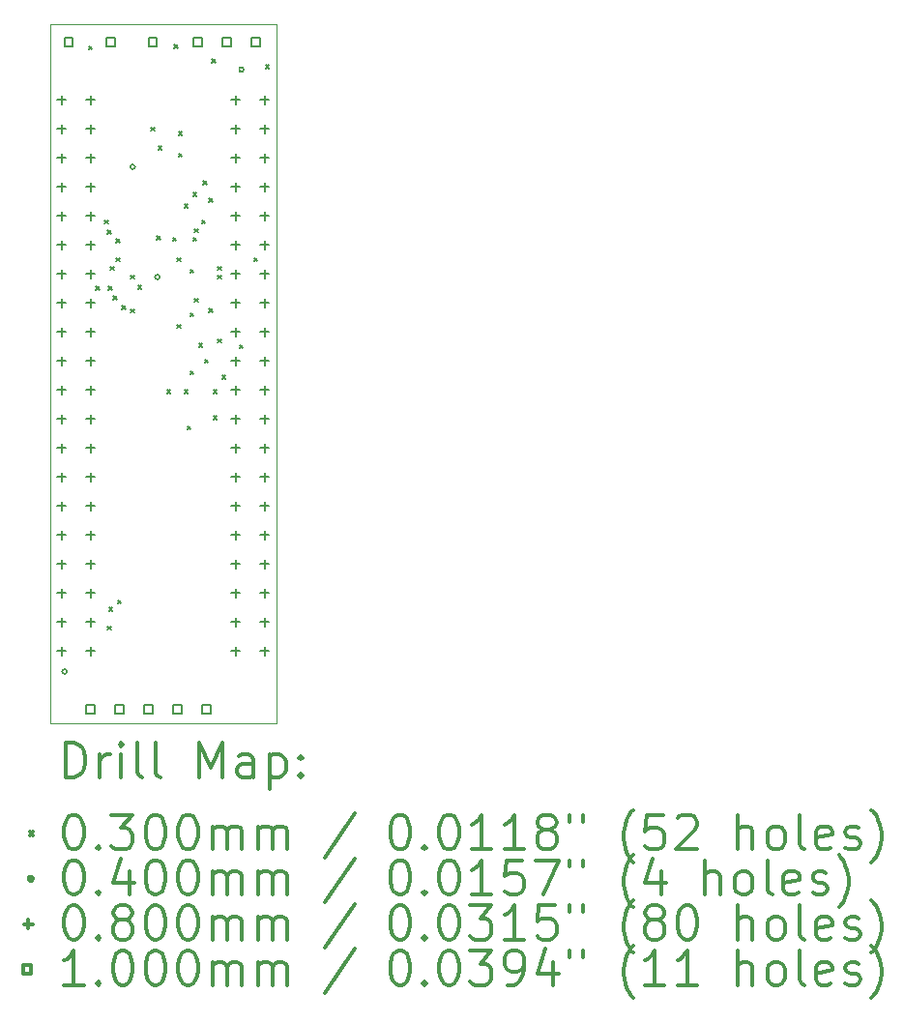
<source format=gbr>
%FSLAX45Y45*%
G04 Gerber Fmt 4.5, Leading zero omitted, Abs format (unit mm)*
G04 Created by KiCad (PCBNEW (5.1.10)-1) date 2021-10-18 11:35:54*
%MOMM*%
%LPD*%
G01*
G04 APERTURE LIST*
%TA.AperFunction,Profile*%
%ADD10C,0.050000*%
%TD*%
%ADD11C,0.200000*%
%ADD12C,0.300000*%
G04 APERTURE END LIST*
D10*
X9804400Y-4419600D02*
X9804400Y-10541000D01*
X9817100Y-4419600D02*
X9804400Y-4419600D01*
X11785600Y-10541000D02*
X9804400Y-10541000D01*
X11785600Y-4419600D02*
X11785600Y-10541000D01*
X9817100Y-4419600D02*
X11785600Y-4419600D01*
D11*
X10145000Y-4607800D02*
X10175000Y-4637800D01*
X10175000Y-4607800D02*
X10145000Y-4637800D01*
X10208500Y-6713386D02*
X10238500Y-6743386D01*
X10238500Y-6713386D02*
X10208500Y-6743386D01*
X10284700Y-6131800D02*
X10314700Y-6161800D01*
X10314700Y-6131800D02*
X10284700Y-6161800D01*
X10310100Y-6220700D02*
X10340100Y-6250700D01*
X10340100Y-6220700D02*
X10310100Y-6250700D01*
X10310100Y-9687800D02*
X10340100Y-9717800D01*
X10340100Y-9687800D02*
X10310100Y-9717800D01*
X10316599Y-6709799D02*
X10346599Y-6739799D01*
X10346599Y-6709799D02*
X10316599Y-6739799D01*
X10322800Y-9522700D02*
X10352800Y-9552700D01*
X10352800Y-9522700D02*
X10322800Y-9552700D01*
X10335500Y-6538200D02*
X10365500Y-6568200D01*
X10365500Y-6538200D02*
X10335500Y-6568200D01*
X10358601Y-6794499D02*
X10388601Y-6824499D01*
X10388601Y-6794499D02*
X10358601Y-6824499D01*
X10386300Y-6296900D02*
X10416300Y-6326900D01*
X10416300Y-6296900D02*
X10386300Y-6326900D01*
X10386300Y-6462000D02*
X10416300Y-6492000D01*
X10416300Y-6462000D02*
X10386300Y-6492000D01*
X10399000Y-9459200D02*
X10429000Y-9489200D01*
X10429000Y-9459200D02*
X10399000Y-9489200D01*
X10437100Y-6881100D02*
X10467100Y-6911100D01*
X10467100Y-6881100D02*
X10437100Y-6911100D01*
X10513300Y-6614400D02*
X10543300Y-6644400D01*
X10543300Y-6614400D02*
X10513300Y-6644400D01*
X10513300Y-6909412D02*
X10543300Y-6939412D01*
X10543300Y-6909412D02*
X10513300Y-6939412D01*
X10576800Y-6703300D02*
X10606800Y-6733300D01*
X10606800Y-6703300D02*
X10576800Y-6733300D01*
X10691100Y-5319000D02*
X10721100Y-5349000D01*
X10721100Y-5319000D02*
X10691100Y-5349000D01*
X10741900Y-6271500D02*
X10771900Y-6301500D01*
X10771900Y-6271500D02*
X10741900Y-6301500D01*
X10754600Y-5484100D02*
X10784600Y-5514100D01*
X10784600Y-5484100D02*
X10754600Y-5514100D01*
X10830800Y-7617700D02*
X10860800Y-7647700D01*
X10860800Y-7617700D02*
X10830800Y-7647700D01*
X10881600Y-6284200D02*
X10911600Y-6314200D01*
X10911600Y-6284200D02*
X10881600Y-6314200D01*
X10894300Y-4595100D02*
X10924300Y-4625100D01*
X10924300Y-4595100D02*
X10894300Y-4625100D01*
X10919700Y-6462000D02*
X10949700Y-6492000D01*
X10949700Y-6462000D02*
X10919700Y-6492000D01*
X10919700Y-7046200D02*
X10949700Y-7076200D01*
X10949700Y-7046200D02*
X10919700Y-7076200D01*
X10932400Y-5357100D02*
X10962400Y-5387100D01*
X10962400Y-5357100D02*
X10932400Y-5387100D01*
X10932400Y-5547600D02*
X10962400Y-5577600D01*
X10962400Y-5547600D02*
X10932400Y-5577600D01*
X10983200Y-5992100D02*
X11013200Y-6022100D01*
X11013200Y-5992100D02*
X10983200Y-6022100D01*
X10983200Y-7617700D02*
X11013200Y-7647700D01*
X11013200Y-7617700D02*
X10983200Y-7647700D01*
X11008600Y-7935200D02*
X11038600Y-7965200D01*
X11038600Y-7935200D02*
X11008600Y-7965200D01*
X11034000Y-6563600D02*
X11064000Y-6593600D01*
X11064000Y-6563600D02*
X11034000Y-6593600D01*
X11034000Y-6944600D02*
X11064000Y-6974600D01*
X11064000Y-6944600D02*
X11034000Y-6974600D01*
X11034000Y-7452600D02*
X11064000Y-7482600D01*
X11064000Y-7452600D02*
X11034000Y-7482600D01*
X11059400Y-5890500D02*
X11089400Y-5920500D01*
X11089400Y-5890500D02*
X11059400Y-5920500D01*
X11059400Y-6284200D02*
X11089400Y-6314200D01*
X11089400Y-6284200D02*
X11059400Y-6314200D01*
X11072100Y-6208000D02*
X11102100Y-6238000D01*
X11102100Y-6208000D02*
X11072100Y-6238000D01*
X11072100Y-6817600D02*
X11102100Y-6847600D01*
X11102100Y-6817600D02*
X11072100Y-6847600D01*
X11110200Y-7211300D02*
X11140200Y-7241300D01*
X11140200Y-7211300D02*
X11110200Y-7241300D01*
X11135600Y-6131800D02*
X11165600Y-6161800D01*
X11165600Y-6131800D02*
X11135600Y-6161800D01*
X11148300Y-5788900D02*
X11178300Y-5818900D01*
X11178300Y-5788900D02*
X11148300Y-5818900D01*
X11161000Y-7351000D02*
X11191000Y-7381000D01*
X11191000Y-7351000D02*
X11161000Y-7381000D01*
X11199100Y-5941300D02*
X11229100Y-5971300D01*
X11229100Y-5941300D02*
X11199100Y-5971300D01*
X11199100Y-6906500D02*
X11229100Y-6936500D01*
X11229100Y-6906500D02*
X11199100Y-6936500D01*
X11224500Y-4722100D02*
X11254500Y-4752100D01*
X11254500Y-4722100D02*
X11224500Y-4752100D01*
X11237200Y-7617700D02*
X11267200Y-7647700D01*
X11267200Y-7617700D02*
X11237200Y-7647700D01*
X11237200Y-7846300D02*
X11267200Y-7876300D01*
X11267200Y-7846300D02*
X11237200Y-7876300D01*
X11275300Y-6538200D02*
X11305300Y-6568200D01*
X11305300Y-6538200D02*
X11275300Y-6568200D01*
X11275300Y-6614400D02*
X11305300Y-6644400D01*
X11305300Y-6614400D02*
X11275300Y-6644400D01*
X11275300Y-7173200D02*
X11305300Y-7203200D01*
X11305300Y-7173200D02*
X11275300Y-7203200D01*
X11313400Y-7490700D02*
X11343400Y-7520700D01*
X11343400Y-7490700D02*
X11313400Y-7520700D01*
X11465800Y-7224000D02*
X11495800Y-7254000D01*
X11495800Y-7224000D02*
X11465800Y-7254000D01*
X11592800Y-6462000D02*
X11622800Y-6492000D01*
X11622800Y-6462000D02*
X11592800Y-6492000D01*
X11694400Y-4772900D02*
X11724400Y-4802900D01*
X11724400Y-4772900D02*
X11694400Y-4802900D01*
X9951400Y-10083800D02*
G75*
G03*
X9951400Y-10083800I-20000J0D01*
G01*
X10548300Y-5664200D02*
G75*
G03*
X10548300Y-5664200I-20000J0D01*
G01*
X10764200Y-6629400D02*
G75*
G03*
X10764200Y-6629400I-20000J0D01*
G01*
X11500800Y-4813300D02*
G75*
G03*
X11500800Y-4813300I-20000J0D01*
G01*
X9906000Y-5040000D02*
X9906000Y-5120000D01*
X9866000Y-5080000D02*
X9946000Y-5080000D01*
X9906000Y-5294000D02*
X9906000Y-5374000D01*
X9866000Y-5334000D02*
X9946000Y-5334000D01*
X9906000Y-5548000D02*
X9906000Y-5628000D01*
X9866000Y-5588000D02*
X9946000Y-5588000D01*
X9906000Y-5802000D02*
X9906000Y-5882000D01*
X9866000Y-5842000D02*
X9946000Y-5842000D01*
X9906000Y-6056000D02*
X9906000Y-6136000D01*
X9866000Y-6096000D02*
X9946000Y-6096000D01*
X9906000Y-6310000D02*
X9906000Y-6390000D01*
X9866000Y-6350000D02*
X9946000Y-6350000D01*
X9906000Y-6564000D02*
X9906000Y-6644000D01*
X9866000Y-6604000D02*
X9946000Y-6604000D01*
X9906000Y-6818000D02*
X9906000Y-6898000D01*
X9866000Y-6858000D02*
X9946000Y-6858000D01*
X9906000Y-7072000D02*
X9906000Y-7152000D01*
X9866000Y-7112000D02*
X9946000Y-7112000D01*
X9906000Y-7326000D02*
X9906000Y-7406000D01*
X9866000Y-7366000D02*
X9946000Y-7366000D01*
X9906000Y-7580000D02*
X9906000Y-7660000D01*
X9866000Y-7620000D02*
X9946000Y-7620000D01*
X9906000Y-7834000D02*
X9906000Y-7914000D01*
X9866000Y-7874000D02*
X9946000Y-7874000D01*
X9906000Y-8088000D02*
X9906000Y-8168000D01*
X9866000Y-8128000D02*
X9946000Y-8128000D01*
X9906000Y-8342000D02*
X9906000Y-8422000D01*
X9866000Y-8382000D02*
X9946000Y-8382000D01*
X9906000Y-8596000D02*
X9906000Y-8676000D01*
X9866000Y-8636000D02*
X9946000Y-8636000D01*
X9906000Y-8850000D02*
X9906000Y-8930000D01*
X9866000Y-8890000D02*
X9946000Y-8890000D01*
X9906000Y-9104000D02*
X9906000Y-9184000D01*
X9866000Y-9144000D02*
X9946000Y-9144000D01*
X9906000Y-9358000D02*
X9906000Y-9438000D01*
X9866000Y-9398000D02*
X9946000Y-9398000D01*
X9906000Y-9612000D02*
X9906000Y-9692000D01*
X9866000Y-9652000D02*
X9946000Y-9652000D01*
X9906000Y-9866000D02*
X9906000Y-9946000D01*
X9866000Y-9906000D02*
X9946000Y-9906000D01*
X10160000Y-5040000D02*
X10160000Y-5120000D01*
X10120000Y-5080000D02*
X10200000Y-5080000D01*
X10160000Y-5294000D02*
X10160000Y-5374000D01*
X10120000Y-5334000D02*
X10200000Y-5334000D01*
X10160000Y-5548000D02*
X10160000Y-5628000D01*
X10120000Y-5588000D02*
X10200000Y-5588000D01*
X10160000Y-5802000D02*
X10160000Y-5882000D01*
X10120000Y-5842000D02*
X10200000Y-5842000D01*
X10160000Y-6056000D02*
X10160000Y-6136000D01*
X10120000Y-6096000D02*
X10200000Y-6096000D01*
X10160000Y-6310000D02*
X10160000Y-6390000D01*
X10120000Y-6350000D02*
X10200000Y-6350000D01*
X10160000Y-6564000D02*
X10160000Y-6644000D01*
X10120000Y-6604000D02*
X10200000Y-6604000D01*
X10160000Y-6818000D02*
X10160000Y-6898000D01*
X10120000Y-6858000D02*
X10200000Y-6858000D01*
X10160000Y-7072000D02*
X10160000Y-7152000D01*
X10120000Y-7112000D02*
X10200000Y-7112000D01*
X10160000Y-7326000D02*
X10160000Y-7406000D01*
X10120000Y-7366000D02*
X10200000Y-7366000D01*
X10160000Y-7580000D02*
X10160000Y-7660000D01*
X10120000Y-7620000D02*
X10200000Y-7620000D01*
X10160000Y-7834000D02*
X10160000Y-7914000D01*
X10120000Y-7874000D02*
X10200000Y-7874000D01*
X10160000Y-8088000D02*
X10160000Y-8168000D01*
X10120000Y-8128000D02*
X10200000Y-8128000D01*
X10160000Y-8342000D02*
X10160000Y-8422000D01*
X10120000Y-8382000D02*
X10200000Y-8382000D01*
X10160000Y-8596000D02*
X10160000Y-8676000D01*
X10120000Y-8636000D02*
X10200000Y-8636000D01*
X10160000Y-8850000D02*
X10160000Y-8930000D01*
X10120000Y-8890000D02*
X10200000Y-8890000D01*
X10160000Y-9104000D02*
X10160000Y-9184000D01*
X10120000Y-9144000D02*
X10200000Y-9144000D01*
X10160000Y-9358000D02*
X10160000Y-9438000D01*
X10120000Y-9398000D02*
X10200000Y-9398000D01*
X10160000Y-9612000D02*
X10160000Y-9692000D01*
X10120000Y-9652000D02*
X10200000Y-9652000D01*
X10160000Y-9866000D02*
X10160000Y-9946000D01*
X10120000Y-9906000D02*
X10200000Y-9906000D01*
X11430000Y-5040000D02*
X11430000Y-5120000D01*
X11390000Y-5080000D02*
X11470000Y-5080000D01*
X11430000Y-5294000D02*
X11430000Y-5374000D01*
X11390000Y-5334000D02*
X11470000Y-5334000D01*
X11430000Y-5548000D02*
X11430000Y-5628000D01*
X11390000Y-5588000D02*
X11470000Y-5588000D01*
X11430000Y-5802000D02*
X11430000Y-5882000D01*
X11390000Y-5842000D02*
X11470000Y-5842000D01*
X11430000Y-6056000D02*
X11430000Y-6136000D01*
X11390000Y-6096000D02*
X11470000Y-6096000D01*
X11430000Y-6310000D02*
X11430000Y-6390000D01*
X11390000Y-6350000D02*
X11470000Y-6350000D01*
X11430000Y-6564000D02*
X11430000Y-6644000D01*
X11390000Y-6604000D02*
X11470000Y-6604000D01*
X11430000Y-6818000D02*
X11430000Y-6898000D01*
X11390000Y-6858000D02*
X11470000Y-6858000D01*
X11430000Y-7072000D02*
X11430000Y-7152000D01*
X11390000Y-7112000D02*
X11470000Y-7112000D01*
X11430000Y-7326000D02*
X11430000Y-7406000D01*
X11390000Y-7366000D02*
X11470000Y-7366000D01*
X11430000Y-7580000D02*
X11430000Y-7660000D01*
X11390000Y-7620000D02*
X11470000Y-7620000D01*
X11430000Y-7834000D02*
X11430000Y-7914000D01*
X11390000Y-7874000D02*
X11470000Y-7874000D01*
X11430000Y-8088000D02*
X11430000Y-8168000D01*
X11390000Y-8128000D02*
X11470000Y-8128000D01*
X11430000Y-8342000D02*
X11430000Y-8422000D01*
X11390000Y-8382000D02*
X11470000Y-8382000D01*
X11430000Y-8596000D02*
X11430000Y-8676000D01*
X11390000Y-8636000D02*
X11470000Y-8636000D01*
X11430000Y-8850000D02*
X11430000Y-8930000D01*
X11390000Y-8890000D02*
X11470000Y-8890000D01*
X11430000Y-9104000D02*
X11430000Y-9184000D01*
X11390000Y-9144000D02*
X11470000Y-9144000D01*
X11430000Y-9358000D02*
X11430000Y-9438000D01*
X11390000Y-9398000D02*
X11470000Y-9398000D01*
X11430000Y-9612000D02*
X11430000Y-9692000D01*
X11390000Y-9652000D02*
X11470000Y-9652000D01*
X11430000Y-9866000D02*
X11430000Y-9946000D01*
X11390000Y-9906000D02*
X11470000Y-9906000D01*
X11684000Y-5040000D02*
X11684000Y-5120000D01*
X11644000Y-5080000D02*
X11724000Y-5080000D01*
X11684000Y-5294000D02*
X11684000Y-5374000D01*
X11644000Y-5334000D02*
X11724000Y-5334000D01*
X11684000Y-5548000D02*
X11684000Y-5628000D01*
X11644000Y-5588000D02*
X11724000Y-5588000D01*
X11684000Y-5802000D02*
X11684000Y-5882000D01*
X11644000Y-5842000D02*
X11724000Y-5842000D01*
X11684000Y-6056000D02*
X11684000Y-6136000D01*
X11644000Y-6096000D02*
X11724000Y-6096000D01*
X11684000Y-6310000D02*
X11684000Y-6390000D01*
X11644000Y-6350000D02*
X11724000Y-6350000D01*
X11684000Y-6564000D02*
X11684000Y-6644000D01*
X11644000Y-6604000D02*
X11724000Y-6604000D01*
X11684000Y-6818000D02*
X11684000Y-6898000D01*
X11644000Y-6858000D02*
X11724000Y-6858000D01*
X11684000Y-7072000D02*
X11684000Y-7152000D01*
X11644000Y-7112000D02*
X11724000Y-7112000D01*
X11684000Y-7326000D02*
X11684000Y-7406000D01*
X11644000Y-7366000D02*
X11724000Y-7366000D01*
X11684000Y-7580000D02*
X11684000Y-7660000D01*
X11644000Y-7620000D02*
X11724000Y-7620000D01*
X11684000Y-7834000D02*
X11684000Y-7914000D01*
X11644000Y-7874000D02*
X11724000Y-7874000D01*
X11684000Y-8088000D02*
X11684000Y-8168000D01*
X11644000Y-8128000D02*
X11724000Y-8128000D01*
X11684000Y-8342000D02*
X11684000Y-8422000D01*
X11644000Y-8382000D02*
X11724000Y-8382000D01*
X11684000Y-8596000D02*
X11684000Y-8676000D01*
X11644000Y-8636000D02*
X11724000Y-8636000D01*
X11684000Y-8850000D02*
X11684000Y-8930000D01*
X11644000Y-8890000D02*
X11724000Y-8890000D01*
X11684000Y-9104000D02*
X11684000Y-9184000D01*
X11644000Y-9144000D02*
X11724000Y-9144000D01*
X11684000Y-9358000D02*
X11684000Y-9438000D01*
X11644000Y-9398000D02*
X11724000Y-9398000D01*
X11684000Y-9612000D02*
X11684000Y-9692000D01*
X11644000Y-9652000D02*
X11724000Y-9652000D01*
X11684000Y-9866000D02*
X11684000Y-9946000D01*
X11644000Y-9906000D02*
X11724000Y-9906000D01*
X10004856Y-4607356D02*
X10004856Y-4536644D01*
X9934144Y-4536644D01*
X9934144Y-4607356D01*
X10004856Y-4607356D01*
X10195356Y-10449356D02*
X10195356Y-10378644D01*
X10124644Y-10378644D01*
X10124644Y-10449356D01*
X10195356Y-10449356D01*
X10373156Y-4607356D02*
X10373156Y-4536644D01*
X10302444Y-4536644D01*
X10302444Y-4607356D01*
X10373156Y-4607356D01*
X10449356Y-10449356D02*
X10449356Y-10378644D01*
X10378644Y-10378644D01*
X10378644Y-10449356D01*
X10449356Y-10449356D01*
X10703356Y-10449356D02*
X10703356Y-10378644D01*
X10632644Y-10378644D01*
X10632644Y-10449356D01*
X10703356Y-10449356D01*
X10741456Y-4607356D02*
X10741456Y-4536644D01*
X10670744Y-4536644D01*
X10670744Y-4607356D01*
X10741456Y-4607356D01*
X10957356Y-10449356D02*
X10957356Y-10378644D01*
X10886644Y-10378644D01*
X10886644Y-10449356D01*
X10957356Y-10449356D01*
X11135156Y-4607356D02*
X11135156Y-4536644D01*
X11064444Y-4536644D01*
X11064444Y-4607356D01*
X11135156Y-4607356D01*
X11211356Y-10449356D02*
X11211356Y-10378644D01*
X11140644Y-10378644D01*
X11140644Y-10449356D01*
X11211356Y-10449356D01*
X11389156Y-4607356D02*
X11389156Y-4536644D01*
X11318444Y-4536644D01*
X11318444Y-4607356D01*
X11389156Y-4607356D01*
X11643156Y-4607356D02*
X11643156Y-4536644D01*
X11572444Y-4536644D01*
X11572444Y-4607356D01*
X11643156Y-4607356D01*
D12*
X9942429Y-11009214D02*
X9942429Y-10709214D01*
X10013857Y-10709214D01*
X10056714Y-10723500D01*
X10085286Y-10752072D01*
X10099571Y-10780643D01*
X10113857Y-10837786D01*
X10113857Y-10880643D01*
X10099571Y-10937786D01*
X10085286Y-10966357D01*
X10056714Y-10994929D01*
X10013857Y-11009214D01*
X9942429Y-11009214D01*
X10242429Y-11009214D02*
X10242429Y-10809214D01*
X10242429Y-10866357D02*
X10256714Y-10837786D01*
X10271000Y-10823500D01*
X10299571Y-10809214D01*
X10328143Y-10809214D01*
X10428143Y-11009214D02*
X10428143Y-10809214D01*
X10428143Y-10709214D02*
X10413857Y-10723500D01*
X10428143Y-10737786D01*
X10442429Y-10723500D01*
X10428143Y-10709214D01*
X10428143Y-10737786D01*
X10613857Y-11009214D02*
X10585286Y-10994929D01*
X10571000Y-10966357D01*
X10571000Y-10709214D01*
X10771000Y-11009214D02*
X10742429Y-10994929D01*
X10728143Y-10966357D01*
X10728143Y-10709214D01*
X11113857Y-11009214D02*
X11113857Y-10709214D01*
X11213857Y-10923500D01*
X11313857Y-10709214D01*
X11313857Y-11009214D01*
X11585286Y-11009214D02*
X11585286Y-10852072D01*
X11571000Y-10823500D01*
X11542428Y-10809214D01*
X11485286Y-10809214D01*
X11456714Y-10823500D01*
X11585286Y-10994929D02*
X11556714Y-11009214D01*
X11485286Y-11009214D01*
X11456714Y-10994929D01*
X11442428Y-10966357D01*
X11442428Y-10937786D01*
X11456714Y-10909214D01*
X11485286Y-10894929D01*
X11556714Y-10894929D01*
X11585286Y-10880643D01*
X11728143Y-10809214D02*
X11728143Y-11109214D01*
X11728143Y-10823500D02*
X11756714Y-10809214D01*
X11813857Y-10809214D01*
X11842428Y-10823500D01*
X11856714Y-10837786D01*
X11871000Y-10866357D01*
X11871000Y-10952072D01*
X11856714Y-10980643D01*
X11842428Y-10994929D01*
X11813857Y-11009214D01*
X11756714Y-11009214D01*
X11728143Y-10994929D01*
X11999571Y-10980643D02*
X12013857Y-10994929D01*
X11999571Y-11009214D01*
X11985286Y-10994929D01*
X11999571Y-10980643D01*
X11999571Y-11009214D01*
X11999571Y-10823500D02*
X12013857Y-10837786D01*
X11999571Y-10852072D01*
X11985286Y-10837786D01*
X11999571Y-10823500D01*
X11999571Y-10852072D01*
X9626000Y-11488500D02*
X9656000Y-11518500D01*
X9656000Y-11488500D02*
X9626000Y-11518500D01*
X9999571Y-11339214D02*
X10028143Y-11339214D01*
X10056714Y-11353500D01*
X10071000Y-11367786D01*
X10085286Y-11396357D01*
X10099571Y-11453500D01*
X10099571Y-11524929D01*
X10085286Y-11582071D01*
X10071000Y-11610643D01*
X10056714Y-11624929D01*
X10028143Y-11639214D01*
X9999571Y-11639214D01*
X9971000Y-11624929D01*
X9956714Y-11610643D01*
X9942429Y-11582071D01*
X9928143Y-11524929D01*
X9928143Y-11453500D01*
X9942429Y-11396357D01*
X9956714Y-11367786D01*
X9971000Y-11353500D01*
X9999571Y-11339214D01*
X10228143Y-11610643D02*
X10242429Y-11624929D01*
X10228143Y-11639214D01*
X10213857Y-11624929D01*
X10228143Y-11610643D01*
X10228143Y-11639214D01*
X10342429Y-11339214D02*
X10528143Y-11339214D01*
X10428143Y-11453500D01*
X10471000Y-11453500D01*
X10499571Y-11467786D01*
X10513857Y-11482071D01*
X10528143Y-11510643D01*
X10528143Y-11582071D01*
X10513857Y-11610643D01*
X10499571Y-11624929D01*
X10471000Y-11639214D01*
X10385286Y-11639214D01*
X10356714Y-11624929D01*
X10342429Y-11610643D01*
X10713857Y-11339214D02*
X10742429Y-11339214D01*
X10771000Y-11353500D01*
X10785286Y-11367786D01*
X10799571Y-11396357D01*
X10813857Y-11453500D01*
X10813857Y-11524929D01*
X10799571Y-11582071D01*
X10785286Y-11610643D01*
X10771000Y-11624929D01*
X10742429Y-11639214D01*
X10713857Y-11639214D01*
X10685286Y-11624929D01*
X10671000Y-11610643D01*
X10656714Y-11582071D01*
X10642429Y-11524929D01*
X10642429Y-11453500D01*
X10656714Y-11396357D01*
X10671000Y-11367786D01*
X10685286Y-11353500D01*
X10713857Y-11339214D01*
X10999571Y-11339214D02*
X11028143Y-11339214D01*
X11056714Y-11353500D01*
X11071000Y-11367786D01*
X11085286Y-11396357D01*
X11099571Y-11453500D01*
X11099571Y-11524929D01*
X11085286Y-11582071D01*
X11071000Y-11610643D01*
X11056714Y-11624929D01*
X11028143Y-11639214D01*
X10999571Y-11639214D01*
X10971000Y-11624929D01*
X10956714Y-11610643D01*
X10942429Y-11582071D01*
X10928143Y-11524929D01*
X10928143Y-11453500D01*
X10942429Y-11396357D01*
X10956714Y-11367786D01*
X10971000Y-11353500D01*
X10999571Y-11339214D01*
X11228143Y-11639214D02*
X11228143Y-11439214D01*
X11228143Y-11467786D02*
X11242428Y-11453500D01*
X11271000Y-11439214D01*
X11313857Y-11439214D01*
X11342428Y-11453500D01*
X11356714Y-11482071D01*
X11356714Y-11639214D01*
X11356714Y-11482071D02*
X11371000Y-11453500D01*
X11399571Y-11439214D01*
X11442428Y-11439214D01*
X11471000Y-11453500D01*
X11485286Y-11482071D01*
X11485286Y-11639214D01*
X11628143Y-11639214D02*
X11628143Y-11439214D01*
X11628143Y-11467786D02*
X11642428Y-11453500D01*
X11671000Y-11439214D01*
X11713857Y-11439214D01*
X11742428Y-11453500D01*
X11756714Y-11482071D01*
X11756714Y-11639214D01*
X11756714Y-11482071D02*
X11771000Y-11453500D01*
X11799571Y-11439214D01*
X11842428Y-11439214D01*
X11871000Y-11453500D01*
X11885286Y-11482071D01*
X11885286Y-11639214D01*
X12471000Y-11324929D02*
X12213857Y-11710643D01*
X12856714Y-11339214D02*
X12885286Y-11339214D01*
X12913857Y-11353500D01*
X12928143Y-11367786D01*
X12942428Y-11396357D01*
X12956714Y-11453500D01*
X12956714Y-11524929D01*
X12942428Y-11582071D01*
X12928143Y-11610643D01*
X12913857Y-11624929D01*
X12885286Y-11639214D01*
X12856714Y-11639214D01*
X12828143Y-11624929D01*
X12813857Y-11610643D01*
X12799571Y-11582071D01*
X12785286Y-11524929D01*
X12785286Y-11453500D01*
X12799571Y-11396357D01*
X12813857Y-11367786D01*
X12828143Y-11353500D01*
X12856714Y-11339214D01*
X13085286Y-11610643D02*
X13099571Y-11624929D01*
X13085286Y-11639214D01*
X13071000Y-11624929D01*
X13085286Y-11610643D01*
X13085286Y-11639214D01*
X13285286Y-11339214D02*
X13313857Y-11339214D01*
X13342428Y-11353500D01*
X13356714Y-11367786D01*
X13371000Y-11396357D01*
X13385286Y-11453500D01*
X13385286Y-11524929D01*
X13371000Y-11582071D01*
X13356714Y-11610643D01*
X13342428Y-11624929D01*
X13313857Y-11639214D01*
X13285286Y-11639214D01*
X13256714Y-11624929D01*
X13242428Y-11610643D01*
X13228143Y-11582071D01*
X13213857Y-11524929D01*
X13213857Y-11453500D01*
X13228143Y-11396357D01*
X13242428Y-11367786D01*
X13256714Y-11353500D01*
X13285286Y-11339214D01*
X13671000Y-11639214D02*
X13499571Y-11639214D01*
X13585286Y-11639214D02*
X13585286Y-11339214D01*
X13556714Y-11382071D01*
X13528143Y-11410643D01*
X13499571Y-11424929D01*
X13956714Y-11639214D02*
X13785286Y-11639214D01*
X13871000Y-11639214D02*
X13871000Y-11339214D01*
X13842428Y-11382071D01*
X13813857Y-11410643D01*
X13785286Y-11424929D01*
X14128143Y-11467786D02*
X14099571Y-11453500D01*
X14085286Y-11439214D01*
X14071000Y-11410643D01*
X14071000Y-11396357D01*
X14085286Y-11367786D01*
X14099571Y-11353500D01*
X14128143Y-11339214D01*
X14185286Y-11339214D01*
X14213857Y-11353500D01*
X14228143Y-11367786D01*
X14242428Y-11396357D01*
X14242428Y-11410643D01*
X14228143Y-11439214D01*
X14213857Y-11453500D01*
X14185286Y-11467786D01*
X14128143Y-11467786D01*
X14099571Y-11482071D01*
X14085286Y-11496357D01*
X14071000Y-11524929D01*
X14071000Y-11582071D01*
X14085286Y-11610643D01*
X14099571Y-11624929D01*
X14128143Y-11639214D01*
X14185286Y-11639214D01*
X14213857Y-11624929D01*
X14228143Y-11610643D01*
X14242428Y-11582071D01*
X14242428Y-11524929D01*
X14228143Y-11496357D01*
X14213857Y-11482071D01*
X14185286Y-11467786D01*
X14356714Y-11339214D02*
X14356714Y-11396357D01*
X14471000Y-11339214D02*
X14471000Y-11396357D01*
X14913857Y-11753500D02*
X14899571Y-11739214D01*
X14871000Y-11696357D01*
X14856714Y-11667786D01*
X14842428Y-11624929D01*
X14828143Y-11553500D01*
X14828143Y-11496357D01*
X14842428Y-11424929D01*
X14856714Y-11382071D01*
X14871000Y-11353500D01*
X14899571Y-11310643D01*
X14913857Y-11296357D01*
X15171000Y-11339214D02*
X15028143Y-11339214D01*
X15013857Y-11482071D01*
X15028143Y-11467786D01*
X15056714Y-11453500D01*
X15128143Y-11453500D01*
X15156714Y-11467786D01*
X15171000Y-11482071D01*
X15185286Y-11510643D01*
X15185286Y-11582071D01*
X15171000Y-11610643D01*
X15156714Y-11624929D01*
X15128143Y-11639214D01*
X15056714Y-11639214D01*
X15028143Y-11624929D01*
X15013857Y-11610643D01*
X15299571Y-11367786D02*
X15313857Y-11353500D01*
X15342428Y-11339214D01*
X15413857Y-11339214D01*
X15442428Y-11353500D01*
X15456714Y-11367786D01*
X15471000Y-11396357D01*
X15471000Y-11424929D01*
X15456714Y-11467786D01*
X15285286Y-11639214D01*
X15471000Y-11639214D01*
X15828143Y-11639214D02*
X15828143Y-11339214D01*
X15956714Y-11639214D02*
X15956714Y-11482071D01*
X15942428Y-11453500D01*
X15913857Y-11439214D01*
X15871000Y-11439214D01*
X15842428Y-11453500D01*
X15828143Y-11467786D01*
X16142428Y-11639214D02*
X16113857Y-11624929D01*
X16099571Y-11610643D01*
X16085286Y-11582071D01*
X16085286Y-11496357D01*
X16099571Y-11467786D01*
X16113857Y-11453500D01*
X16142428Y-11439214D01*
X16185286Y-11439214D01*
X16213857Y-11453500D01*
X16228143Y-11467786D01*
X16242428Y-11496357D01*
X16242428Y-11582071D01*
X16228143Y-11610643D01*
X16213857Y-11624929D01*
X16185286Y-11639214D01*
X16142428Y-11639214D01*
X16413857Y-11639214D02*
X16385286Y-11624929D01*
X16371000Y-11596357D01*
X16371000Y-11339214D01*
X16642428Y-11624929D02*
X16613857Y-11639214D01*
X16556714Y-11639214D01*
X16528143Y-11624929D01*
X16513857Y-11596357D01*
X16513857Y-11482071D01*
X16528143Y-11453500D01*
X16556714Y-11439214D01*
X16613857Y-11439214D01*
X16642428Y-11453500D01*
X16656714Y-11482071D01*
X16656714Y-11510643D01*
X16513857Y-11539214D01*
X16771000Y-11624929D02*
X16799571Y-11639214D01*
X16856714Y-11639214D01*
X16885286Y-11624929D01*
X16899571Y-11596357D01*
X16899571Y-11582071D01*
X16885286Y-11553500D01*
X16856714Y-11539214D01*
X16813857Y-11539214D01*
X16785286Y-11524929D01*
X16771000Y-11496357D01*
X16771000Y-11482071D01*
X16785286Y-11453500D01*
X16813857Y-11439214D01*
X16856714Y-11439214D01*
X16885286Y-11453500D01*
X16999571Y-11753500D02*
X17013857Y-11739214D01*
X17042429Y-11696357D01*
X17056714Y-11667786D01*
X17071000Y-11624929D01*
X17085286Y-11553500D01*
X17085286Y-11496357D01*
X17071000Y-11424929D01*
X17056714Y-11382071D01*
X17042429Y-11353500D01*
X17013857Y-11310643D01*
X16999571Y-11296357D01*
X9656000Y-11899500D02*
G75*
G03*
X9656000Y-11899500I-20000J0D01*
G01*
X9999571Y-11735214D02*
X10028143Y-11735214D01*
X10056714Y-11749500D01*
X10071000Y-11763786D01*
X10085286Y-11792357D01*
X10099571Y-11849500D01*
X10099571Y-11920929D01*
X10085286Y-11978071D01*
X10071000Y-12006643D01*
X10056714Y-12020929D01*
X10028143Y-12035214D01*
X9999571Y-12035214D01*
X9971000Y-12020929D01*
X9956714Y-12006643D01*
X9942429Y-11978071D01*
X9928143Y-11920929D01*
X9928143Y-11849500D01*
X9942429Y-11792357D01*
X9956714Y-11763786D01*
X9971000Y-11749500D01*
X9999571Y-11735214D01*
X10228143Y-12006643D02*
X10242429Y-12020929D01*
X10228143Y-12035214D01*
X10213857Y-12020929D01*
X10228143Y-12006643D01*
X10228143Y-12035214D01*
X10499571Y-11835214D02*
X10499571Y-12035214D01*
X10428143Y-11720929D02*
X10356714Y-11935214D01*
X10542429Y-11935214D01*
X10713857Y-11735214D02*
X10742429Y-11735214D01*
X10771000Y-11749500D01*
X10785286Y-11763786D01*
X10799571Y-11792357D01*
X10813857Y-11849500D01*
X10813857Y-11920929D01*
X10799571Y-11978071D01*
X10785286Y-12006643D01*
X10771000Y-12020929D01*
X10742429Y-12035214D01*
X10713857Y-12035214D01*
X10685286Y-12020929D01*
X10671000Y-12006643D01*
X10656714Y-11978071D01*
X10642429Y-11920929D01*
X10642429Y-11849500D01*
X10656714Y-11792357D01*
X10671000Y-11763786D01*
X10685286Y-11749500D01*
X10713857Y-11735214D01*
X10999571Y-11735214D02*
X11028143Y-11735214D01*
X11056714Y-11749500D01*
X11071000Y-11763786D01*
X11085286Y-11792357D01*
X11099571Y-11849500D01*
X11099571Y-11920929D01*
X11085286Y-11978071D01*
X11071000Y-12006643D01*
X11056714Y-12020929D01*
X11028143Y-12035214D01*
X10999571Y-12035214D01*
X10971000Y-12020929D01*
X10956714Y-12006643D01*
X10942429Y-11978071D01*
X10928143Y-11920929D01*
X10928143Y-11849500D01*
X10942429Y-11792357D01*
X10956714Y-11763786D01*
X10971000Y-11749500D01*
X10999571Y-11735214D01*
X11228143Y-12035214D02*
X11228143Y-11835214D01*
X11228143Y-11863786D02*
X11242428Y-11849500D01*
X11271000Y-11835214D01*
X11313857Y-11835214D01*
X11342428Y-11849500D01*
X11356714Y-11878071D01*
X11356714Y-12035214D01*
X11356714Y-11878071D02*
X11371000Y-11849500D01*
X11399571Y-11835214D01*
X11442428Y-11835214D01*
X11471000Y-11849500D01*
X11485286Y-11878071D01*
X11485286Y-12035214D01*
X11628143Y-12035214D02*
X11628143Y-11835214D01*
X11628143Y-11863786D02*
X11642428Y-11849500D01*
X11671000Y-11835214D01*
X11713857Y-11835214D01*
X11742428Y-11849500D01*
X11756714Y-11878071D01*
X11756714Y-12035214D01*
X11756714Y-11878071D02*
X11771000Y-11849500D01*
X11799571Y-11835214D01*
X11842428Y-11835214D01*
X11871000Y-11849500D01*
X11885286Y-11878071D01*
X11885286Y-12035214D01*
X12471000Y-11720929D02*
X12213857Y-12106643D01*
X12856714Y-11735214D02*
X12885286Y-11735214D01*
X12913857Y-11749500D01*
X12928143Y-11763786D01*
X12942428Y-11792357D01*
X12956714Y-11849500D01*
X12956714Y-11920929D01*
X12942428Y-11978071D01*
X12928143Y-12006643D01*
X12913857Y-12020929D01*
X12885286Y-12035214D01*
X12856714Y-12035214D01*
X12828143Y-12020929D01*
X12813857Y-12006643D01*
X12799571Y-11978071D01*
X12785286Y-11920929D01*
X12785286Y-11849500D01*
X12799571Y-11792357D01*
X12813857Y-11763786D01*
X12828143Y-11749500D01*
X12856714Y-11735214D01*
X13085286Y-12006643D02*
X13099571Y-12020929D01*
X13085286Y-12035214D01*
X13071000Y-12020929D01*
X13085286Y-12006643D01*
X13085286Y-12035214D01*
X13285286Y-11735214D02*
X13313857Y-11735214D01*
X13342428Y-11749500D01*
X13356714Y-11763786D01*
X13371000Y-11792357D01*
X13385286Y-11849500D01*
X13385286Y-11920929D01*
X13371000Y-11978071D01*
X13356714Y-12006643D01*
X13342428Y-12020929D01*
X13313857Y-12035214D01*
X13285286Y-12035214D01*
X13256714Y-12020929D01*
X13242428Y-12006643D01*
X13228143Y-11978071D01*
X13213857Y-11920929D01*
X13213857Y-11849500D01*
X13228143Y-11792357D01*
X13242428Y-11763786D01*
X13256714Y-11749500D01*
X13285286Y-11735214D01*
X13671000Y-12035214D02*
X13499571Y-12035214D01*
X13585286Y-12035214D02*
X13585286Y-11735214D01*
X13556714Y-11778071D01*
X13528143Y-11806643D01*
X13499571Y-11820929D01*
X13942428Y-11735214D02*
X13799571Y-11735214D01*
X13785286Y-11878071D01*
X13799571Y-11863786D01*
X13828143Y-11849500D01*
X13899571Y-11849500D01*
X13928143Y-11863786D01*
X13942428Y-11878071D01*
X13956714Y-11906643D01*
X13956714Y-11978071D01*
X13942428Y-12006643D01*
X13928143Y-12020929D01*
X13899571Y-12035214D01*
X13828143Y-12035214D01*
X13799571Y-12020929D01*
X13785286Y-12006643D01*
X14056714Y-11735214D02*
X14256714Y-11735214D01*
X14128143Y-12035214D01*
X14356714Y-11735214D02*
X14356714Y-11792357D01*
X14471000Y-11735214D02*
X14471000Y-11792357D01*
X14913857Y-12149500D02*
X14899571Y-12135214D01*
X14871000Y-12092357D01*
X14856714Y-12063786D01*
X14842428Y-12020929D01*
X14828143Y-11949500D01*
X14828143Y-11892357D01*
X14842428Y-11820929D01*
X14856714Y-11778071D01*
X14871000Y-11749500D01*
X14899571Y-11706643D01*
X14913857Y-11692357D01*
X15156714Y-11835214D02*
X15156714Y-12035214D01*
X15085286Y-11720929D02*
X15013857Y-11935214D01*
X15199571Y-11935214D01*
X15542428Y-12035214D02*
X15542428Y-11735214D01*
X15671000Y-12035214D02*
X15671000Y-11878071D01*
X15656714Y-11849500D01*
X15628143Y-11835214D01*
X15585286Y-11835214D01*
X15556714Y-11849500D01*
X15542428Y-11863786D01*
X15856714Y-12035214D02*
X15828143Y-12020929D01*
X15813857Y-12006643D01*
X15799571Y-11978071D01*
X15799571Y-11892357D01*
X15813857Y-11863786D01*
X15828143Y-11849500D01*
X15856714Y-11835214D01*
X15899571Y-11835214D01*
X15928143Y-11849500D01*
X15942428Y-11863786D01*
X15956714Y-11892357D01*
X15956714Y-11978071D01*
X15942428Y-12006643D01*
X15928143Y-12020929D01*
X15899571Y-12035214D01*
X15856714Y-12035214D01*
X16128143Y-12035214D02*
X16099571Y-12020929D01*
X16085286Y-11992357D01*
X16085286Y-11735214D01*
X16356714Y-12020929D02*
X16328143Y-12035214D01*
X16271000Y-12035214D01*
X16242428Y-12020929D01*
X16228143Y-11992357D01*
X16228143Y-11878071D01*
X16242428Y-11849500D01*
X16271000Y-11835214D01*
X16328143Y-11835214D01*
X16356714Y-11849500D01*
X16371000Y-11878071D01*
X16371000Y-11906643D01*
X16228143Y-11935214D01*
X16485286Y-12020929D02*
X16513857Y-12035214D01*
X16571000Y-12035214D01*
X16599571Y-12020929D01*
X16613857Y-11992357D01*
X16613857Y-11978071D01*
X16599571Y-11949500D01*
X16571000Y-11935214D01*
X16528143Y-11935214D01*
X16499571Y-11920929D01*
X16485286Y-11892357D01*
X16485286Y-11878071D01*
X16499571Y-11849500D01*
X16528143Y-11835214D01*
X16571000Y-11835214D01*
X16599571Y-11849500D01*
X16713857Y-12149500D02*
X16728143Y-12135214D01*
X16756714Y-12092357D01*
X16771000Y-12063786D01*
X16785286Y-12020929D01*
X16799571Y-11949500D01*
X16799571Y-11892357D01*
X16785286Y-11820929D01*
X16771000Y-11778071D01*
X16756714Y-11749500D01*
X16728143Y-11706643D01*
X16713857Y-11692357D01*
X9616000Y-12255500D02*
X9616000Y-12335500D01*
X9576000Y-12295500D02*
X9656000Y-12295500D01*
X9999571Y-12131214D02*
X10028143Y-12131214D01*
X10056714Y-12145500D01*
X10071000Y-12159786D01*
X10085286Y-12188357D01*
X10099571Y-12245500D01*
X10099571Y-12316929D01*
X10085286Y-12374071D01*
X10071000Y-12402643D01*
X10056714Y-12416929D01*
X10028143Y-12431214D01*
X9999571Y-12431214D01*
X9971000Y-12416929D01*
X9956714Y-12402643D01*
X9942429Y-12374071D01*
X9928143Y-12316929D01*
X9928143Y-12245500D01*
X9942429Y-12188357D01*
X9956714Y-12159786D01*
X9971000Y-12145500D01*
X9999571Y-12131214D01*
X10228143Y-12402643D02*
X10242429Y-12416929D01*
X10228143Y-12431214D01*
X10213857Y-12416929D01*
X10228143Y-12402643D01*
X10228143Y-12431214D01*
X10413857Y-12259786D02*
X10385286Y-12245500D01*
X10371000Y-12231214D01*
X10356714Y-12202643D01*
X10356714Y-12188357D01*
X10371000Y-12159786D01*
X10385286Y-12145500D01*
X10413857Y-12131214D01*
X10471000Y-12131214D01*
X10499571Y-12145500D01*
X10513857Y-12159786D01*
X10528143Y-12188357D01*
X10528143Y-12202643D01*
X10513857Y-12231214D01*
X10499571Y-12245500D01*
X10471000Y-12259786D01*
X10413857Y-12259786D01*
X10385286Y-12274071D01*
X10371000Y-12288357D01*
X10356714Y-12316929D01*
X10356714Y-12374071D01*
X10371000Y-12402643D01*
X10385286Y-12416929D01*
X10413857Y-12431214D01*
X10471000Y-12431214D01*
X10499571Y-12416929D01*
X10513857Y-12402643D01*
X10528143Y-12374071D01*
X10528143Y-12316929D01*
X10513857Y-12288357D01*
X10499571Y-12274071D01*
X10471000Y-12259786D01*
X10713857Y-12131214D02*
X10742429Y-12131214D01*
X10771000Y-12145500D01*
X10785286Y-12159786D01*
X10799571Y-12188357D01*
X10813857Y-12245500D01*
X10813857Y-12316929D01*
X10799571Y-12374071D01*
X10785286Y-12402643D01*
X10771000Y-12416929D01*
X10742429Y-12431214D01*
X10713857Y-12431214D01*
X10685286Y-12416929D01*
X10671000Y-12402643D01*
X10656714Y-12374071D01*
X10642429Y-12316929D01*
X10642429Y-12245500D01*
X10656714Y-12188357D01*
X10671000Y-12159786D01*
X10685286Y-12145500D01*
X10713857Y-12131214D01*
X10999571Y-12131214D02*
X11028143Y-12131214D01*
X11056714Y-12145500D01*
X11071000Y-12159786D01*
X11085286Y-12188357D01*
X11099571Y-12245500D01*
X11099571Y-12316929D01*
X11085286Y-12374071D01*
X11071000Y-12402643D01*
X11056714Y-12416929D01*
X11028143Y-12431214D01*
X10999571Y-12431214D01*
X10971000Y-12416929D01*
X10956714Y-12402643D01*
X10942429Y-12374071D01*
X10928143Y-12316929D01*
X10928143Y-12245500D01*
X10942429Y-12188357D01*
X10956714Y-12159786D01*
X10971000Y-12145500D01*
X10999571Y-12131214D01*
X11228143Y-12431214D02*
X11228143Y-12231214D01*
X11228143Y-12259786D02*
X11242428Y-12245500D01*
X11271000Y-12231214D01*
X11313857Y-12231214D01*
X11342428Y-12245500D01*
X11356714Y-12274071D01*
X11356714Y-12431214D01*
X11356714Y-12274071D02*
X11371000Y-12245500D01*
X11399571Y-12231214D01*
X11442428Y-12231214D01*
X11471000Y-12245500D01*
X11485286Y-12274071D01*
X11485286Y-12431214D01*
X11628143Y-12431214D02*
X11628143Y-12231214D01*
X11628143Y-12259786D02*
X11642428Y-12245500D01*
X11671000Y-12231214D01*
X11713857Y-12231214D01*
X11742428Y-12245500D01*
X11756714Y-12274071D01*
X11756714Y-12431214D01*
X11756714Y-12274071D02*
X11771000Y-12245500D01*
X11799571Y-12231214D01*
X11842428Y-12231214D01*
X11871000Y-12245500D01*
X11885286Y-12274071D01*
X11885286Y-12431214D01*
X12471000Y-12116929D02*
X12213857Y-12502643D01*
X12856714Y-12131214D02*
X12885286Y-12131214D01*
X12913857Y-12145500D01*
X12928143Y-12159786D01*
X12942428Y-12188357D01*
X12956714Y-12245500D01*
X12956714Y-12316929D01*
X12942428Y-12374071D01*
X12928143Y-12402643D01*
X12913857Y-12416929D01*
X12885286Y-12431214D01*
X12856714Y-12431214D01*
X12828143Y-12416929D01*
X12813857Y-12402643D01*
X12799571Y-12374071D01*
X12785286Y-12316929D01*
X12785286Y-12245500D01*
X12799571Y-12188357D01*
X12813857Y-12159786D01*
X12828143Y-12145500D01*
X12856714Y-12131214D01*
X13085286Y-12402643D02*
X13099571Y-12416929D01*
X13085286Y-12431214D01*
X13071000Y-12416929D01*
X13085286Y-12402643D01*
X13085286Y-12431214D01*
X13285286Y-12131214D02*
X13313857Y-12131214D01*
X13342428Y-12145500D01*
X13356714Y-12159786D01*
X13371000Y-12188357D01*
X13385286Y-12245500D01*
X13385286Y-12316929D01*
X13371000Y-12374071D01*
X13356714Y-12402643D01*
X13342428Y-12416929D01*
X13313857Y-12431214D01*
X13285286Y-12431214D01*
X13256714Y-12416929D01*
X13242428Y-12402643D01*
X13228143Y-12374071D01*
X13213857Y-12316929D01*
X13213857Y-12245500D01*
X13228143Y-12188357D01*
X13242428Y-12159786D01*
X13256714Y-12145500D01*
X13285286Y-12131214D01*
X13485286Y-12131214D02*
X13671000Y-12131214D01*
X13571000Y-12245500D01*
X13613857Y-12245500D01*
X13642428Y-12259786D01*
X13656714Y-12274071D01*
X13671000Y-12302643D01*
X13671000Y-12374071D01*
X13656714Y-12402643D01*
X13642428Y-12416929D01*
X13613857Y-12431214D01*
X13528143Y-12431214D01*
X13499571Y-12416929D01*
X13485286Y-12402643D01*
X13956714Y-12431214D02*
X13785286Y-12431214D01*
X13871000Y-12431214D02*
X13871000Y-12131214D01*
X13842428Y-12174071D01*
X13813857Y-12202643D01*
X13785286Y-12216929D01*
X14228143Y-12131214D02*
X14085286Y-12131214D01*
X14071000Y-12274071D01*
X14085286Y-12259786D01*
X14113857Y-12245500D01*
X14185286Y-12245500D01*
X14213857Y-12259786D01*
X14228143Y-12274071D01*
X14242428Y-12302643D01*
X14242428Y-12374071D01*
X14228143Y-12402643D01*
X14213857Y-12416929D01*
X14185286Y-12431214D01*
X14113857Y-12431214D01*
X14085286Y-12416929D01*
X14071000Y-12402643D01*
X14356714Y-12131214D02*
X14356714Y-12188357D01*
X14471000Y-12131214D02*
X14471000Y-12188357D01*
X14913857Y-12545500D02*
X14899571Y-12531214D01*
X14871000Y-12488357D01*
X14856714Y-12459786D01*
X14842428Y-12416929D01*
X14828143Y-12345500D01*
X14828143Y-12288357D01*
X14842428Y-12216929D01*
X14856714Y-12174071D01*
X14871000Y-12145500D01*
X14899571Y-12102643D01*
X14913857Y-12088357D01*
X15071000Y-12259786D02*
X15042428Y-12245500D01*
X15028143Y-12231214D01*
X15013857Y-12202643D01*
X15013857Y-12188357D01*
X15028143Y-12159786D01*
X15042428Y-12145500D01*
X15071000Y-12131214D01*
X15128143Y-12131214D01*
X15156714Y-12145500D01*
X15171000Y-12159786D01*
X15185286Y-12188357D01*
X15185286Y-12202643D01*
X15171000Y-12231214D01*
X15156714Y-12245500D01*
X15128143Y-12259786D01*
X15071000Y-12259786D01*
X15042428Y-12274071D01*
X15028143Y-12288357D01*
X15013857Y-12316929D01*
X15013857Y-12374071D01*
X15028143Y-12402643D01*
X15042428Y-12416929D01*
X15071000Y-12431214D01*
X15128143Y-12431214D01*
X15156714Y-12416929D01*
X15171000Y-12402643D01*
X15185286Y-12374071D01*
X15185286Y-12316929D01*
X15171000Y-12288357D01*
X15156714Y-12274071D01*
X15128143Y-12259786D01*
X15371000Y-12131214D02*
X15399571Y-12131214D01*
X15428143Y-12145500D01*
X15442428Y-12159786D01*
X15456714Y-12188357D01*
X15471000Y-12245500D01*
X15471000Y-12316929D01*
X15456714Y-12374071D01*
X15442428Y-12402643D01*
X15428143Y-12416929D01*
X15399571Y-12431214D01*
X15371000Y-12431214D01*
X15342428Y-12416929D01*
X15328143Y-12402643D01*
X15313857Y-12374071D01*
X15299571Y-12316929D01*
X15299571Y-12245500D01*
X15313857Y-12188357D01*
X15328143Y-12159786D01*
X15342428Y-12145500D01*
X15371000Y-12131214D01*
X15828143Y-12431214D02*
X15828143Y-12131214D01*
X15956714Y-12431214D02*
X15956714Y-12274071D01*
X15942428Y-12245500D01*
X15913857Y-12231214D01*
X15871000Y-12231214D01*
X15842428Y-12245500D01*
X15828143Y-12259786D01*
X16142428Y-12431214D02*
X16113857Y-12416929D01*
X16099571Y-12402643D01*
X16085286Y-12374071D01*
X16085286Y-12288357D01*
X16099571Y-12259786D01*
X16113857Y-12245500D01*
X16142428Y-12231214D01*
X16185286Y-12231214D01*
X16213857Y-12245500D01*
X16228143Y-12259786D01*
X16242428Y-12288357D01*
X16242428Y-12374071D01*
X16228143Y-12402643D01*
X16213857Y-12416929D01*
X16185286Y-12431214D01*
X16142428Y-12431214D01*
X16413857Y-12431214D02*
X16385286Y-12416929D01*
X16371000Y-12388357D01*
X16371000Y-12131214D01*
X16642428Y-12416929D02*
X16613857Y-12431214D01*
X16556714Y-12431214D01*
X16528143Y-12416929D01*
X16513857Y-12388357D01*
X16513857Y-12274071D01*
X16528143Y-12245500D01*
X16556714Y-12231214D01*
X16613857Y-12231214D01*
X16642428Y-12245500D01*
X16656714Y-12274071D01*
X16656714Y-12302643D01*
X16513857Y-12331214D01*
X16771000Y-12416929D02*
X16799571Y-12431214D01*
X16856714Y-12431214D01*
X16885286Y-12416929D01*
X16899571Y-12388357D01*
X16899571Y-12374071D01*
X16885286Y-12345500D01*
X16856714Y-12331214D01*
X16813857Y-12331214D01*
X16785286Y-12316929D01*
X16771000Y-12288357D01*
X16771000Y-12274071D01*
X16785286Y-12245500D01*
X16813857Y-12231214D01*
X16856714Y-12231214D01*
X16885286Y-12245500D01*
X16999571Y-12545500D02*
X17013857Y-12531214D01*
X17042429Y-12488357D01*
X17056714Y-12459786D01*
X17071000Y-12416929D01*
X17085286Y-12345500D01*
X17085286Y-12288357D01*
X17071000Y-12216929D01*
X17056714Y-12174071D01*
X17042429Y-12145500D01*
X17013857Y-12102643D01*
X16999571Y-12088357D01*
X9641356Y-12726856D02*
X9641356Y-12656144D01*
X9570644Y-12656144D01*
X9570644Y-12726856D01*
X9641356Y-12726856D01*
X10099571Y-12827214D02*
X9928143Y-12827214D01*
X10013857Y-12827214D02*
X10013857Y-12527214D01*
X9985286Y-12570071D01*
X9956714Y-12598643D01*
X9928143Y-12612929D01*
X10228143Y-12798643D02*
X10242429Y-12812929D01*
X10228143Y-12827214D01*
X10213857Y-12812929D01*
X10228143Y-12798643D01*
X10228143Y-12827214D01*
X10428143Y-12527214D02*
X10456714Y-12527214D01*
X10485286Y-12541500D01*
X10499571Y-12555786D01*
X10513857Y-12584357D01*
X10528143Y-12641500D01*
X10528143Y-12712929D01*
X10513857Y-12770071D01*
X10499571Y-12798643D01*
X10485286Y-12812929D01*
X10456714Y-12827214D01*
X10428143Y-12827214D01*
X10399571Y-12812929D01*
X10385286Y-12798643D01*
X10371000Y-12770071D01*
X10356714Y-12712929D01*
X10356714Y-12641500D01*
X10371000Y-12584357D01*
X10385286Y-12555786D01*
X10399571Y-12541500D01*
X10428143Y-12527214D01*
X10713857Y-12527214D02*
X10742429Y-12527214D01*
X10771000Y-12541500D01*
X10785286Y-12555786D01*
X10799571Y-12584357D01*
X10813857Y-12641500D01*
X10813857Y-12712929D01*
X10799571Y-12770071D01*
X10785286Y-12798643D01*
X10771000Y-12812929D01*
X10742429Y-12827214D01*
X10713857Y-12827214D01*
X10685286Y-12812929D01*
X10671000Y-12798643D01*
X10656714Y-12770071D01*
X10642429Y-12712929D01*
X10642429Y-12641500D01*
X10656714Y-12584357D01*
X10671000Y-12555786D01*
X10685286Y-12541500D01*
X10713857Y-12527214D01*
X10999571Y-12527214D02*
X11028143Y-12527214D01*
X11056714Y-12541500D01*
X11071000Y-12555786D01*
X11085286Y-12584357D01*
X11099571Y-12641500D01*
X11099571Y-12712929D01*
X11085286Y-12770071D01*
X11071000Y-12798643D01*
X11056714Y-12812929D01*
X11028143Y-12827214D01*
X10999571Y-12827214D01*
X10971000Y-12812929D01*
X10956714Y-12798643D01*
X10942429Y-12770071D01*
X10928143Y-12712929D01*
X10928143Y-12641500D01*
X10942429Y-12584357D01*
X10956714Y-12555786D01*
X10971000Y-12541500D01*
X10999571Y-12527214D01*
X11228143Y-12827214D02*
X11228143Y-12627214D01*
X11228143Y-12655786D02*
X11242428Y-12641500D01*
X11271000Y-12627214D01*
X11313857Y-12627214D01*
X11342428Y-12641500D01*
X11356714Y-12670071D01*
X11356714Y-12827214D01*
X11356714Y-12670071D02*
X11371000Y-12641500D01*
X11399571Y-12627214D01*
X11442428Y-12627214D01*
X11471000Y-12641500D01*
X11485286Y-12670071D01*
X11485286Y-12827214D01*
X11628143Y-12827214D02*
X11628143Y-12627214D01*
X11628143Y-12655786D02*
X11642428Y-12641500D01*
X11671000Y-12627214D01*
X11713857Y-12627214D01*
X11742428Y-12641500D01*
X11756714Y-12670071D01*
X11756714Y-12827214D01*
X11756714Y-12670071D02*
X11771000Y-12641500D01*
X11799571Y-12627214D01*
X11842428Y-12627214D01*
X11871000Y-12641500D01*
X11885286Y-12670071D01*
X11885286Y-12827214D01*
X12471000Y-12512929D02*
X12213857Y-12898643D01*
X12856714Y-12527214D02*
X12885286Y-12527214D01*
X12913857Y-12541500D01*
X12928143Y-12555786D01*
X12942428Y-12584357D01*
X12956714Y-12641500D01*
X12956714Y-12712929D01*
X12942428Y-12770071D01*
X12928143Y-12798643D01*
X12913857Y-12812929D01*
X12885286Y-12827214D01*
X12856714Y-12827214D01*
X12828143Y-12812929D01*
X12813857Y-12798643D01*
X12799571Y-12770071D01*
X12785286Y-12712929D01*
X12785286Y-12641500D01*
X12799571Y-12584357D01*
X12813857Y-12555786D01*
X12828143Y-12541500D01*
X12856714Y-12527214D01*
X13085286Y-12798643D02*
X13099571Y-12812929D01*
X13085286Y-12827214D01*
X13071000Y-12812929D01*
X13085286Y-12798643D01*
X13085286Y-12827214D01*
X13285286Y-12527214D02*
X13313857Y-12527214D01*
X13342428Y-12541500D01*
X13356714Y-12555786D01*
X13371000Y-12584357D01*
X13385286Y-12641500D01*
X13385286Y-12712929D01*
X13371000Y-12770071D01*
X13356714Y-12798643D01*
X13342428Y-12812929D01*
X13313857Y-12827214D01*
X13285286Y-12827214D01*
X13256714Y-12812929D01*
X13242428Y-12798643D01*
X13228143Y-12770071D01*
X13213857Y-12712929D01*
X13213857Y-12641500D01*
X13228143Y-12584357D01*
X13242428Y-12555786D01*
X13256714Y-12541500D01*
X13285286Y-12527214D01*
X13485286Y-12527214D02*
X13671000Y-12527214D01*
X13571000Y-12641500D01*
X13613857Y-12641500D01*
X13642428Y-12655786D01*
X13656714Y-12670071D01*
X13671000Y-12698643D01*
X13671000Y-12770071D01*
X13656714Y-12798643D01*
X13642428Y-12812929D01*
X13613857Y-12827214D01*
X13528143Y-12827214D01*
X13499571Y-12812929D01*
X13485286Y-12798643D01*
X13813857Y-12827214D02*
X13871000Y-12827214D01*
X13899571Y-12812929D01*
X13913857Y-12798643D01*
X13942428Y-12755786D01*
X13956714Y-12698643D01*
X13956714Y-12584357D01*
X13942428Y-12555786D01*
X13928143Y-12541500D01*
X13899571Y-12527214D01*
X13842428Y-12527214D01*
X13813857Y-12541500D01*
X13799571Y-12555786D01*
X13785286Y-12584357D01*
X13785286Y-12655786D01*
X13799571Y-12684357D01*
X13813857Y-12698643D01*
X13842428Y-12712929D01*
X13899571Y-12712929D01*
X13928143Y-12698643D01*
X13942428Y-12684357D01*
X13956714Y-12655786D01*
X14213857Y-12627214D02*
X14213857Y-12827214D01*
X14142428Y-12512929D02*
X14071000Y-12727214D01*
X14256714Y-12727214D01*
X14356714Y-12527214D02*
X14356714Y-12584357D01*
X14471000Y-12527214D02*
X14471000Y-12584357D01*
X14913857Y-12941500D02*
X14899571Y-12927214D01*
X14871000Y-12884357D01*
X14856714Y-12855786D01*
X14842428Y-12812929D01*
X14828143Y-12741500D01*
X14828143Y-12684357D01*
X14842428Y-12612929D01*
X14856714Y-12570071D01*
X14871000Y-12541500D01*
X14899571Y-12498643D01*
X14913857Y-12484357D01*
X15185286Y-12827214D02*
X15013857Y-12827214D01*
X15099571Y-12827214D02*
X15099571Y-12527214D01*
X15071000Y-12570071D01*
X15042428Y-12598643D01*
X15013857Y-12612929D01*
X15471000Y-12827214D02*
X15299571Y-12827214D01*
X15385286Y-12827214D02*
X15385286Y-12527214D01*
X15356714Y-12570071D01*
X15328143Y-12598643D01*
X15299571Y-12612929D01*
X15828143Y-12827214D02*
X15828143Y-12527214D01*
X15956714Y-12827214D02*
X15956714Y-12670071D01*
X15942428Y-12641500D01*
X15913857Y-12627214D01*
X15871000Y-12627214D01*
X15842428Y-12641500D01*
X15828143Y-12655786D01*
X16142428Y-12827214D02*
X16113857Y-12812929D01*
X16099571Y-12798643D01*
X16085286Y-12770071D01*
X16085286Y-12684357D01*
X16099571Y-12655786D01*
X16113857Y-12641500D01*
X16142428Y-12627214D01*
X16185286Y-12627214D01*
X16213857Y-12641500D01*
X16228143Y-12655786D01*
X16242428Y-12684357D01*
X16242428Y-12770071D01*
X16228143Y-12798643D01*
X16213857Y-12812929D01*
X16185286Y-12827214D01*
X16142428Y-12827214D01*
X16413857Y-12827214D02*
X16385286Y-12812929D01*
X16371000Y-12784357D01*
X16371000Y-12527214D01*
X16642428Y-12812929D02*
X16613857Y-12827214D01*
X16556714Y-12827214D01*
X16528143Y-12812929D01*
X16513857Y-12784357D01*
X16513857Y-12670071D01*
X16528143Y-12641500D01*
X16556714Y-12627214D01*
X16613857Y-12627214D01*
X16642428Y-12641500D01*
X16656714Y-12670071D01*
X16656714Y-12698643D01*
X16513857Y-12727214D01*
X16771000Y-12812929D02*
X16799571Y-12827214D01*
X16856714Y-12827214D01*
X16885286Y-12812929D01*
X16899571Y-12784357D01*
X16899571Y-12770071D01*
X16885286Y-12741500D01*
X16856714Y-12727214D01*
X16813857Y-12727214D01*
X16785286Y-12712929D01*
X16771000Y-12684357D01*
X16771000Y-12670071D01*
X16785286Y-12641500D01*
X16813857Y-12627214D01*
X16856714Y-12627214D01*
X16885286Y-12641500D01*
X16999571Y-12941500D02*
X17013857Y-12927214D01*
X17042429Y-12884357D01*
X17056714Y-12855786D01*
X17071000Y-12812929D01*
X17085286Y-12741500D01*
X17085286Y-12684357D01*
X17071000Y-12612929D01*
X17056714Y-12570071D01*
X17042429Y-12541500D01*
X17013857Y-12498643D01*
X16999571Y-12484357D01*
M02*

</source>
